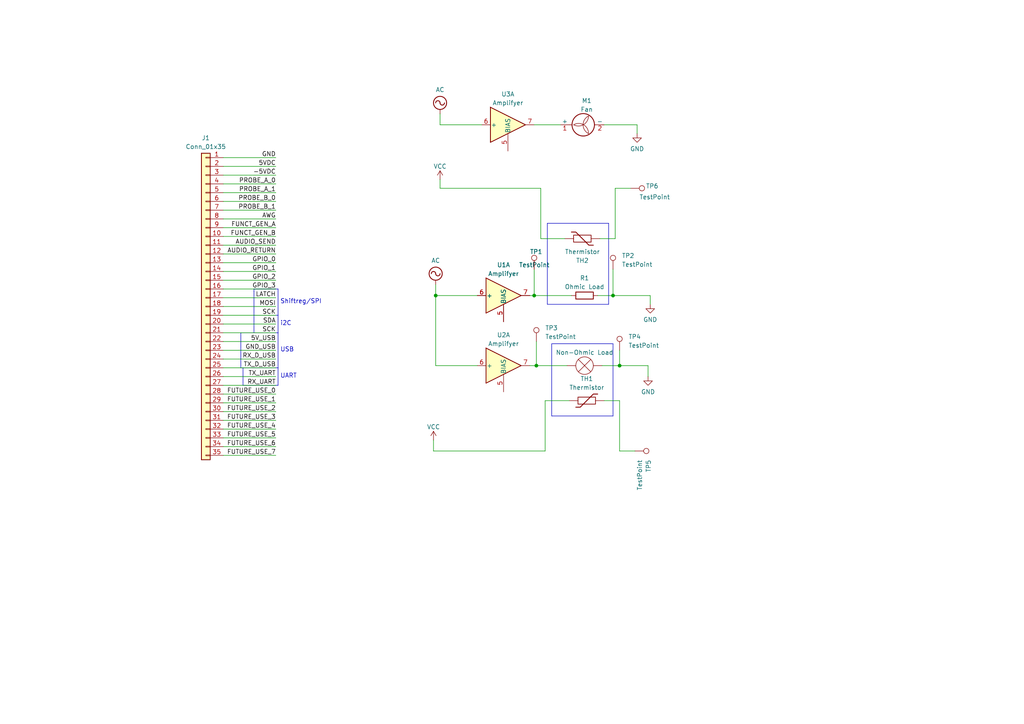
<source format=kicad_sch>
(kicad_sch (version 20230121) (generator eeschema)
  (paper "A4")
  (lib_symbols
    (symbol "000_Resistors_Immo:Resistor_0805" (pin_numbers hide) (pin_names (offset 0))
      (property "Reference" "R?" (at -2.54 3.81 0))
      (property "Value" "Resistor_0805" (at -5.08 2.54 0))
      (symbol "Resistor_0805_0_1"
        (rectangle (start 2.54 -1.016) (end -2.54 1.016) (stroke (width 0.254)))
      )
      (symbol "Resistor_0805_1_1"
        (pin passive line (at -3.81 0 0) (length 1.27) (name "~") (number "1"))
        (pin passive line (at 3.81 0 180) (length 1.27) (name "~") (number "2"))
      )
    )
    (symbol "Amplifier_Audio:LM4752TS" (pin_names (offset 0.127))
      (property "Reference" "U" (at 5.08 6.35 0))
      (property "Value" "LM4752TS" (at 5.08 3.81 0))
      (symbol "LM4752TS_1_1"
        (polyline (pts (xy -5.08 5.08) (xy 5.08 0) (xy -5.08 -5.08) (xy -5.08 5.08)) (stroke (width 0.254)) (fill (type background)))
        (pin input line (at 0 -7.62 90) (length 5.08) (name "BIAS") (number "5"))
        (pin input line (at -7.62 0 0) (length 2.54) (name "+") (number "6"))
        (pin output line (at 7.62 0 180) (length 2.54) (name "~") (number "7"))
      )
      (symbol "LM4752TS_2_1"
        (polyline (pts (xy -5.08 5.08) (xy 5.08 0) (xy -5.08 -5.08) (xy -5.08 5.08)) (stroke (width 0.254)) (fill (type background)))
        (pin output line (at 7.62 0 180) (length 2.54) (name "~") (number "1"))
        (pin input line (at -7.62 0 0) (length 2.54) (name "+") (number "2"))
      )
      (symbol "LM4752TS_3_1"
        (pin power_in line (at -2.54 7.62 270) (length 3.81) (name "V+") (number "3"))
        (pin power_in line (at -2.54 -7.62 90) (length 3.81) (name "GND") (number "4"))
      )
    )
    (symbol "Connector:TestPoint" (pin_numbers hide) (pin_names (offset 0.762) hide)
      (property "Reference" "TP" (at 0 6.858 0))
      (property "Value" "TestPoint" (at 0 5.08 0))
      (symbol "TestPoint_0_1"
        (circle (center 0 3.302) (radius 0.762))
      )
      (symbol "TestPoint_1_1"
        (pin passive line (at 0 0 90) (length 2.54) (name "1") (number "1"))
      )
    )
    (symbol "Connector_Generic:Conn_01x35" (pin_names (offset 1.016) hide)
      (property "Reference" "J" (at 0 45.72 0))
      (property "Value" "Conn_01x35" (at 0 -45.72 0))
      (symbol "Conn_01x35_1_1"
        (rectangle (start -1.27 -43.053) (end 0 -43.307) (stroke (width 0.1524)))
        (rectangle (start -1.27 -40.513) (end 0 -40.767) (stroke (width 0.1524)))
        (rectangle (start -1.27 -37.973) (end 0 -38.227) (stroke (width 0.1524)))
        (rectangle (start -1.27 -35.433) (end 0 -35.687) (stroke (width 0.1524)))
        (rectangle (start -1.27 -32.893) (end 0 -33.147) (stroke (width 0.1524)))
        (rectangle (start -1.27 -30.353) (end 0 -30.607) (stroke (width 0.1524)))
        (rectangle (start -1.27 -27.813) (end 0 -28.067) (stroke (width 0.1524)))
        (rectangle (start -1.27 -25.273) (end 0 -25.527) (stroke (width 0.1524)))
        (rectangle (start -1.27 -22.733) (end 0 -22.987) (stroke (width 0.1524)))
        (rectangle (start -1.27 -20.193) (end 0 -20.447) (stroke (width 0.1524)))
        (rectangle (start -1.27 -17.653) (end 0 -17.907) (stroke (width 0.1524)))
        (rectangle (start -1.27 -15.113) (end 0 -15.367) (stroke (width 0.1524)))
        (rectangle (start -1.27 -12.573) (end 0 -12.827) (stroke (width 0.1524)))
        (rectangle (start -1.27 -10.033) (end 0 -10.287) (stroke (width 0.1524)))
        (rectangle (start -1.27 -7.493) (end 0 -7.747) (stroke (width 0.1524)))
        (rectangle (start -1.27 -4.953) (end 0 -5.207) (stroke (width 0.1524)))
        (rectangle (start -1.27 -2.413) (end 0 -2.667) (stroke (width 0.1524)))
        (rectangle (start -1.27 0.127) (end 0 -0.127) (stroke (width 0.1524)))
        (rectangle (start -1.27 2.667) (end 0 2.413) (stroke (width 0.1524)))
        (rectangle (start -1.27 5.207) (end 0 4.953) (stroke (width 0.1524)))
        (rectangle (start -1.27 7.747) (end 0 7.493) (stroke (width 0.1524)))
        (rectangle (start -1.27 10.287) (end 0 10.033) (stroke (width 0.1524)))
        (rectangle (start -1.27 12.827) (end 0 12.573) (stroke (width 0.1524)))
        (rectangle (start -1.27 15.367) (end 0 15.113) (stroke (width 0.1524)))
        (rectangle (start -1.27 17.907) (end 0 17.653) (stroke (width 0.1524)))
        (rectangle (start -1.27 20.447) (end 0 20.193) (stroke (width 0.1524)))
        (rectangle (start -1.27 22.987) (end 0 22.733) (stroke (width 0.1524)))
        (rectangle (start -1.27 25.527) (end 0 25.273) (stroke (width 0.1524)))
        (rectangle (start -1.27 28.067) (end 0 27.813) (stroke (width 0.1524)))
        (rectangle (start -1.27 30.607) (end 0 30.353) (stroke (width 0.1524)))
        (rectangle (start -1.27 33.147) (end 0 32.893) (stroke (width 0.1524)))
        (rectangle (start -1.27 35.687) (end 0 35.433) (stroke (width 0.1524)))
        (rectangle (start -1.27 38.227) (end 0 37.973) (stroke (width 0.1524)))
        (rectangle (start -1.27 40.767) (end 0 40.513) (stroke (width 0.1524)))
        (rectangle (start -1.27 43.307) (end 0 43.053) (stroke (width 0.1524)))
        (rectangle (start -1.27 44.45) (end 1.27 -44.45) (stroke (width 0.254)) (fill (type background)))
        (pin passive line (at -5.08 43.18 0) (length 3.81) (name "Pin_1") (number "1"))
        (pin passive line (at -5.08 20.32 0) (length 3.81) (name "Pin_10") (number "10"))
        (pin passive line (at -5.08 17.78 0) (length 3.81) (name "Pin_11") (number "11"))
        (pin passive line (at -5.08 15.24 0) (length 3.81) (name "Pin_12") (number "12"))
        (pin passive line (at -5.08 12.7 0) (length 3.81) (name "Pin_13") (number "13"))
        (pin passive line (at -5.08 10.16 0) (length 3.81) (name "Pin_14") (number "14"))
        (pin passive line (at -5.08 7.62 0) (length 3.81) (name "Pin_15") (number "15"))
        (pin passive line (at -5.08 5.08 0) (length 3.81) (name "Pin_16") (number "16"))
        (pin passive line (at -5.08 2.54 0) (length 3.81) (name "Pin_17") (number "17"))
        (pin passive line (at -5.08 0 0) (length 3.81) (name "Pin_18") (number "18"))
        (pin passive line (at -5.08 -2.54 0) (length 3.81) (name "Pin_19") (number "19"))
        (pin passive line (at -5.08 40.64 0) (length 3.81) (name "Pin_2") (number "2"))
        (pin passive line (at -5.08 -5.08 0) (length 3.81) (name "Pin_20") (number "20"))
        (pin passive line (at -5.08 -7.62 0) (length 3.81) (name "Pin_21") (number "21"))
        (pin passive line (at -5.08 -10.16 0) (length 3.81) (name "Pin_22") (number "22"))
        (pin passive line (at -5.08 -12.7 0) (length 3.81) (name "Pin_23") (number "23"))
        (pin passive line (at -5.08 -15.24 0) (length 3.81) (name "Pin_24") (number "24"))
        (pin passive line (at -5.08 -17.78 0) (length 3.81) (name "Pin_25") (number "25"))
        (pin passive line (at -5.08 -20.32 0) (length 3.81) (name "Pin_26") (number "26"))
        (pin passive line (at -5.08 -22.86 0) (length 3.81) (name "Pin_27") (number "27"))
        (pin passive line (at -5.08 -25.4 0) (length 3.81) (name "Pin_28") (number "28"))
        (pin passive line (at -5.08 -27.94 0) (length 3.81) (name "Pin_29") (number "29"))
        (pin passive line (at -5.08 38.1 0) (length 3.81) (name "Pin_3") (number "3"))
        (pin passive line (at -5.08 -30.48 0) (length 3.81) (name "Pin_30") (number "30"))
        (pin passive line (at -5.08 -33.02 0) (length 3.81) (name "Pin_31") (number "31"))
        (pin passive line (at -5.08 -35.56 0) (length 3.81) (name "Pin_32") (number "32"))
        (pin passive line (at -5.08 -38.1 0) (length 3.81) (name "Pin_33") (number "33"))
        (pin passive line (at -5.08 -40.64 0) (length 3.81) (name "Pin_34") (number "34"))
        (pin passive line (at -5.08 -43.18 0) (length 3.81) (name "Pin_35") (number "35"))
        (pin passive line (at -5.08 35.56 0) (length 3.81) (name "Pin_4") (number "4"))
        (pin passive line (at -5.08 33.02 0) (length 3.81) (name "Pin_5") (number "5"))
        (pin passive line (at -5.08 30.48 0) (length 3.81) (name "Pin_6") (number "6"))
        (pin passive line (at -5.08 27.94 0) (length 3.81) (name "Pin_7") (number "7"))
        (pin passive line (at -5.08 25.4 0) (length 3.81) (name "Pin_8") (number "8"))
        (pin passive line (at -5.08 22.86 0) (length 3.81) (name "Pin_9") (number "9"))
      )
    )
    (symbol "Device:Lamp" (pin_numbers hide) (pin_names (offset 0.0254) hide)
      (property "Reference" "LA" (at 0.635 3.81 0))
      (property "Value" "Lamp" (at 0.635 -3.81 0))
      (symbol "Lamp_0_1"
        (polyline (pts (xy -1.778 1.778) (xy 1.778 -1.778)))
        (polyline (pts (xy 1.778 1.778) (xy -1.778 -1.778)))
        (circle (center 0 0) (radius 2.54))
      )
      (symbol "Lamp_1_1"
        (pin passive line (at 0 -5.08 90) (length 2.54) (name "-") (number "1"))
        (pin passive line (at 0 5.08 270) (length 2.54) (name "+") (number "2"))
      )
    )
    (symbol "Device:Thermistor" (pin_numbers hide) (pin_names (offset 0))
      (property "Reference" "TH" (at 2.54 1.27 90))
      (property "Value" "Thermistor" (at -2.54 0 90))
      (symbol "Thermistor_0_1"
        (rectangle (start -1.016 2.54) (end 1.016 -2.54) (stroke (width 0.2032)))
        (polyline (pts (xy -1.905 3.175) (xy -1.905 1.905) (xy 1.905 -1.905) (xy 1.905 -3.175) (xy 1.905 -3.175)) (stroke (width 0.254)))
      )
      (symbol "Thermistor_1_1"
        (pin passive line (at 0 5.08 270) (length 2.54) (name "~") (number "1"))
        (pin passive line (at 0 -5.08 90) (length 2.54) (name "~") (number "2"))
      )
    )
    (symbol "Motor:Fan" (pin_names (offset 0))
      (property "Reference" "M" (at 2.54 5.08 0))
      (property "Value" "Fan" (at 2.54 -2.54 0))
      (symbol "Fan_0_1"
        (arc (start -2.54 -0.508) (mid 0.0028 0.9121) (end 0 3.81))
        (polyline (pts (xy 0 -5.08) (xy 0 -4.572)))
        (polyline (pts (xy 0 -2.2352) (xy 0 -2.6416)))
        (polyline (pts (xy 0 4.2672) (xy 0 4.6228)))
        (polyline (pts (xy 0 4.572) (xy 0 5.08)))
        (circle (center 0 1.016) (radius 3.2512) (stroke (width 0.254)))
        (arc (start 0 3.81) (mid 0.053 0.921) (end 2.54 -0.508))
        (arc (start 2.54 -0.508) (mid 0 1.0618) (end -2.54 -0.508))
      )
      (symbol "Fan_1_1"
        (pin passive line (at 0 7.62 270) (length 2.54) (name "+") (number "1"))
        (pin passive line (at 0 -5.08 90) (length 2.54) (name "-") (number "2"))
      )
    )
    (symbol "power:AC" (power) (pin_names (offset 0))
      (property "Value" "AC" (at 0 6.35 0))
      (symbol "AC_0_1"
        (polyline (pts (xy 0 0) (xy 0 1.27)))
        (arc (start 0 3.175) (mid -0.635 3.8073) (end -1.27 3.175) (stroke (width 0.254)))
        (arc (start 0 3.175) (mid 0.635 2.5427) (end 1.27 3.175) (stroke (width 0.254)))
        (circle (center 0 3.175) (radius 1.905) (stroke (width 0.254)))
      )
      (symbol "AC_1_1"
        (pin power_in line (at 0 0 90) (length 0) hide (name "AC") (number "1"))
      )
    )
    (symbol "power:GND" (power) (pin_names (offset 0))
      (property "Value" "GND" (at 0 -3.81 0))
      (symbol "GND_0_1"
        (polyline (pts (xy 0 0) (xy 0 -1.27) (xy 1.27 -1.27) (xy 0 -2.54) (xy -1.27 -1.27) (xy 0 -1.27)))
      )
      (symbol "GND_1_1"
        (pin power_in line (at 0 0 270) (length 0) hide (name "GND") (number "1"))
      )
    )
    (symbol "power:VCC" (power) (pin_names (offset 0))
      (property "Value" "VCC" (at 0 3.81 0))
      (symbol "VCC_0_1"
        (polyline (pts (xy -0.762 1.27) (xy 0 2.54)))
        (polyline (pts (xy 0 0) (xy 0 2.54)))
        (polyline (pts (xy 0 2.54) (xy 0.762 1.27)))
      )
      (symbol "VCC_1_1"
        (pin power_in line (at 0 0 90) (length 0) hide (name "VCC") (number "1"))
      )
    )
  )
  (junction (at 179.705 106.045))
  (junction (at 155.575 106.045))
  (junction (at 154.94 85.725))
  (junction (at 177.8 85.725))
  (junction (at 126.365 85.725))
  (wire (pts (xy 64.77 88.9) (xy 80.01 88.9)))
  (wire (pts (xy 155.575 99.06) (xy 155.575 106.045)))
  (wire (pts (xy 126.365 85.725) (xy 126.365 106.045)))
  (wire (pts (xy 156.845 69.215) (xy 156.845 54.61)))
  (wire (pts (xy 64.77 127) (xy 80.01 127)))
  (wire (pts (xy 175.26 36.195) (xy 184.785 36.195)))
  (wire (pts (xy 188.595 85.725) (xy 188.595 88.265)))
  (wire (pts (xy 64.77 78.74) (xy 80.01 78.74)))
  (wire (pts (xy 182.88 54.61) (xy 178.435 54.61)))
  (polyline (pts (xy 69.85 96.52) (xy 73.66 96.52)))
  (polyline (pts (xy 73.66 83.82) (xy 73.66 84.455)))
  (polyline (pts (xy 177.8 99.695) (xy 160.02 99.695)))
  (wire (pts (xy 154.94 78.105) (xy 154.94 85.725)))
  (wire (pts (xy 64.77 55.88) (xy 80.01 55.88)))
  (polyline (pts (xy 160.02 100.33) (xy 160.02 120.65)))
  (polyline (pts (xy 160.02 99.695) (xy 160.02 100.33)))
  (wire (pts (xy 64.77 45.72) (xy 80.01 45.72)))
  (wire (pts (xy 64.77 60.96) (xy 80.01 60.96)))
  (polyline (pts (xy 158.75 64.77) (xy 176.53 64.77)))
  (wire (pts (xy 125.73 127.635) (xy 125.73 130.81)))
  (wire (pts (xy 64.77 68.58) (xy 80.01 68.58)))
  (wire (pts (xy 179.705 106.045) (xy 187.96 106.045)))
  (wire (pts (xy 184.785 36.195) (xy 184.785 38.735)))
  (polyline (pts (xy 80.645 96.52) (xy 80.645 91.44)))
  (wire (pts (xy 64.77 58.42) (xy 80.01 58.42)))
  (wire (pts (xy 179.705 101.6) (xy 179.705 106.045)))
  (wire (pts (xy 64.77 91.44) (xy 80.01 91.44)))
  (wire (pts (xy 64.77 109.22) (xy 80.01 109.22)))
  (wire (pts (xy 64.77 124.46) (xy 80.01 124.46)))
  (wire (pts (xy 127.635 54.61) (xy 156.845 54.61)))
  (wire (pts (xy 64.77 104.14) (xy 80.01 104.14)))
  (wire (pts (xy 64.77 132.08) (xy 80.01 132.08)))
  (wire (pts (xy 64.77 116.84) (xy 80.01 116.84)))
  (polyline (pts (xy 80.645 91.44) (xy 80.645 83.82)))
  (wire (pts (xy 64.77 106.68) (xy 80.01 106.68)))
  (polyline (pts (xy 176.53 88.265) (xy 158.75 88.265)))
  (wire (pts (xy 64.77 114.3) (xy 80.01 114.3)))
  (wire (pts (xy 64.77 53.34) (xy 80.01 53.34)))
  (polyline (pts (xy 69.85 96.52) (xy 69.85 106.68)))
  (wire (pts (xy 64.77 81.28) (xy 80.01 81.28)))
  (wire (pts (xy 64.77 121.92) (xy 80.01 121.92)))
  (polyline (pts (xy 73.66 96.52) (xy 80.645 96.52)))
  (wire (pts (xy 127.635 33.02) (xy 127.635 36.195)))
  (wire (pts (xy 154.94 85.725) (xy 165.735 85.725)))
  (wire (pts (xy 162.56 36.195) (xy 154.94 36.195)))
  (wire (pts (xy 64.77 63.5) (xy 80.01 63.5)))
  (wire (pts (xy 127.635 36.195) (xy 139.7 36.195)))
  (wire (pts (xy 126.365 85.725) (xy 138.43 85.725)))
  (wire (pts (xy 174.625 106.045) (xy 179.705 106.045)))
  (wire (pts (xy 184.15 130.81) (xy 179.705 130.81)))
  (wire (pts (xy 177.8 78.105) (xy 177.8 85.725)))
  (wire (pts (xy 64.77 66.04) (xy 80.01 66.04)))
  (wire (pts (xy 64.77 119.38) (xy 80.01 119.38)))
  (wire (pts (xy 155.575 106.045) (xy 164.465 106.045)))
  (wire (pts (xy 178.435 69.215) (xy 178.435 54.61)))
  (wire (pts (xy 64.77 101.6) (xy 80.01 101.6)))
  (wire (pts (xy 64.77 111.76) (xy 80.01 111.76)))
  (wire (pts (xy 125.73 130.81) (xy 158.115 130.81)))
  (wire (pts (xy 173.355 85.725) (xy 177.8 85.725)))
  (wire (pts (xy 153.67 85.725) (xy 154.94 85.725)))
  (wire (pts (xy 126.365 82.55) (xy 126.365 85.725)))
  (polyline (pts (xy 73.66 84.455) (xy 73.66 91.44)))
  (wire (pts (xy 64.77 86.36) (xy 80.01 86.36)))
  (polyline (pts (xy 73.66 83.82) (xy 80.645 83.82)))
  (polyline (pts (xy 80.645 106.68) (xy 80.645 96.52)))
  (polyline (pts (xy 80.645 111.76) (xy 80.645 106.68)))
  (wire (pts (xy 64.77 96.52) (xy 80.01 96.52)))
  (polyline (pts (xy 158.75 85.09) (xy 158.75 64.77)))
  (wire (pts (xy 64.77 93.98) (xy 80.01 93.98)))
  (wire (pts (xy 187.96 106.045) (xy 187.96 109.22)))
  (polyline (pts (xy 158.75 88.265) (xy 158.75 85.09)))
  (polyline (pts (xy 176.53 85.725) (xy 176.53 88.265)))
  (wire (pts (xy 158.115 116.205) (xy 158.115 130.81)))
  (wire (pts (xy 179.705 116.205) (xy 179.705 130.81)))
  (polyline (pts (xy 73.66 91.44) (xy 73.66 96.52)))
  (polyline (pts (xy 70.485 111.76) (xy 80.645 111.76)))
  (wire (pts (xy 64.77 48.26) (xy 80.01 48.26)))
  (wire (pts (xy 126.365 106.045) (xy 138.43 106.045)))
  (polyline (pts (xy 70.485 106.68) (xy 70.485 111.76)))
  (wire (pts (xy 64.77 83.82) (xy 80.01 83.82)))
  (wire (pts (xy 177.8 85.725) (xy 188.595 85.725)))
  (wire (pts (xy 64.77 73.66) (xy 80.01 73.66)))
  (polyline (pts (xy 177.8 120.65) (xy 177.8 99.695)))
  (wire (pts (xy 173.99 69.215) (xy 178.435 69.215)))
  (wire (pts (xy 165.1 116.205) (xy 158.115 116.205)))
  (wire (pts (xy 64.77 76.2) (xy 80.01 76.2)))
  (polyline (pts (xy 160.02 120.65) (xy 177.8 120.65)))
  (wire (pts (xy 64.77 50.8) (xy 80.01 50.8)))
  (wire (pts (xy 64.77 99.06) (xy 80.01 99.06)))
  (wire (pts (xy 64.77 129.54) (xy 80.01 129.54)))
  (polyline (pts (xy 73.66 91.44) (xy 80.645 91.44)))
  (wire (pts (xy 64.77 71.12) (xy 80.01 71.12)))
  (wire (pts (xy 175.26 116.205) (xy 179.705 116.205)))
  (wire (pts (xy 127.635 52.07) (xy 127.635 54.61)))
  (wire (pts (xy 163.83 69.215) (xy 156.845 69.215)))
  (polyline (pts (xy 176.53 64.77) (xy 176.53 85.725)))
  (polyline (pts (xy 69.85 106.68) (xy 80.645 106.68)))
  (wire (pts (xy 153.67 106.045) (xy 155.575 106.045)))
  (text "i2C" (at 81.28 94.615 0) (effects (font (size 1.27 1.27)) (justify left bottom)))
  (text "Shiftreg/SPI" (at 81.28 88.265 0) (effects (font (size 1.27 1.27)) (justify left bottom)))
  (text "UART" (at 81.28 109.855 0) (effects (font (size 1.27 1.27)) (justify left bottom)))
  (text "USB" (at 81.28 102.235 0) (effects (font (size 1.27 1.27)) (justify left bottom)))
  (label "FUTURE_USE_5" (at 80.01 127 180))
  (label "-5VDC" (at 80.01 50.8 180))
  (label "5V_USB" (at 80.01 99.06 180))
  (label "FUNCT_GEN_A" (at 80.01 66.04 180))
  (label "FUTURE_USE_3" (at 80.01 121.92 180))
  (label "FUTURE_USE_1" (at 80.01 116.84 180))
  (label "FUTURE_USE_2" (at 80.01 119.38 180))
  (label "RX_D_USB" (at 80.01 104.14 180))
  (label "GPIO_1" (at 80.01 78.74 180))
  (label "PROBE_B_1" (at 80.01 60.96 180))
  (label "MOSI" (at 80.01 88.9 180))
  (label "AUDIO_SEND" (at 80.01 71.12 180))
  (label "FUNCT_GEN_B" (at 80.01 68.58 180))
  (label "GPIO_0" (at 80.01 76.2 180))
  (label "FUTURE_USE_7" (at 80.01 132.08 180))
  (label "FUTURE_USE_0" (at 80.01 114.3 180))
  (label "TX_UART" (at 80.01 109.22 180))
  (label "AUDIO_RETURN" (at 80.01 73.66 180))
  (label "RX_UART" (at 80.01 111.76 180))
  (label "GND" (at 80.01 45.72 180))
  (label "LATCH" (at 80.01 86.36 180))
  (label "AWG" (at 80.01 63.5 180))
  (label "SCK" (at 80.01 91.44 180))
  (label "SCK" (at 80.01 96.52 180))
  (label "PROBE_A_0" (at 80.01 53.34 180))
  (label "GPIO_3" (at 80.01 83.82 180))
  (label "FUTURE_USE_4" (at 80.01 124.46 180))
  (label "GPIO_2" (at 80.01 81.28 180))
  (label "PROBE_A_1" (at 80.01 55.88 180))
  (label "PROBE_B_0" (at 80.01 58.42 180))
  (label "GND_USB" (at 80.01 101.6 180))
  (label "SDA" (at 80.01 93.98 180))
  (label "FUTURE_USE_6" (at 80.01 129.54 180))
  (label "5VDC" (at 80.01 48.26 180))
  (label "TX_D_USB" (at 80.01 106.68 180))
  (symbol (lib_id "Connector_Generic:Conn_01x35") (at 59.69 88.9 0) (mirror y) (unit 1)
    (property "Reference" "J1" (at 59.69 40.005 0))
    (property "Value" "Conn_01x35" (at 59.69 42.545 0))
  )
  (symbol (lib_id "power:AC") (at 127.635 33.02 0) (unit 1)
    (property "Reference" "#PWR06" (effects hide))
    (property "Value" "AC-AWG" (at 127.635 26.035 0))
  )
  (symbol (lib_id "Connector:TestPoint") (at 155.575 99.06 0) (unit 1)
    (property "Reference" "TP3" (at 158.115 95.123 0) (effects (justify left)))
    (property "Value" "TestPoint" (at 158.115 97.663 0) (effects (justify left)))
  )
  (symbol (lib_id "Motor:Fan") (at 170.18 36.195 90) (unit 1)
    (property "Reference" "M1" (at 170.18 29.21 90))
    (property "Value" "Fan" (at 170.18 31.75 90))
  )
  (symbol (lib_id "Amplifier_Audio:LM4752TS") (at 147.32 36.195 0) (unit 1)
    (property "Reference" "U3" (at 147.32 27.305 0))
    (property "Value" "Amplifyer" (at 147.32 29.845 0))
    (property "Footprint" "Package_TO_SOT_SMD:TO-263-7_TabPin4" (effects hide))
    (property "Datasheet" "http://www.ti.com/lit/ds/symlink/lm4752.pdf" (effects hide))
  )
  (symbol (lib_id "Connector:TestPoint") (at 154.94 78.105 0) (unit 1)
    (property "Reference" "TP1" (at 153.67 73.025 0) (effects (justify left)))
    (property "Value" "TestPoint" (at 150.495 76.835 0) (effects (justify left)))
  )
  (symbol (lib_id "power:GND") (at 187.96 109.22 0) (unit 1)
    (property "Reference" "#PWR03" (effects hide))
    (property "Value" "GND" (at 187.96 113.665 0))
  )
  (symbol (lib_id "power:GND") (at 188.595 88.265 0) (unit 1)
    (property "Reference" "#PWR02" (effects hide))
    (property "Value" "GND" (at 188.595 92.71 0))
  )
  (symbol (lib_id "Amplifier_Audio:LM4752TS") (at 146.05 106.045 0) (unit 1)
    (property "Reference" "U2" (at 146.05 97.155 0))
    (property "Value" "Amplifyer" (at 146.05 99.695 0))
    (property "Footprint" "Package_TO_SOT_SMD:TO-263-7_TabPin4" (effects hide))
    (property "Datasheet" "http://www.ti.com/lit/ds/symlink/lm4752.pdf" (effects hide))
  )
  (symbol (lib_id "Connector:TestPoint") (at 184.15 130.81 270) (unit 1)
    (property "Reference" "TP5" (at 188.087 133.35 0) (effects (justify left)))
    (property "Value" "TestPoint" (at 185.547 133.35 0) (effects (justify left)))
  )
  (symbol (lib_id "Device:Lamp") (at 169.545 106.045 90) (unit 1)
    (property "Reference" "LA1" (effects hide))
    (property "Value" "Non-Ohmic Load" (at 169.545 102.235 90))
  )
  (symbol (lib_id "power:VCC") (at 125.73 127.635 0) (unit 1)
    (property "Reference" "#PWR04" (effects hide))
    (property "Value" "VCC" (at 125.73 123.825 0))
  )
  (symbol (lib_id "Amplifier_Audio:LM4752TS") (at 146.05 85.725 0) (unit 1)
    (property "Reference" "U1" (at 146.05 76.835 0))
    (property "Value" "Amplifyer" (at 146.05 79.375 0))
    (property "Footprint" "Package_TO_SOT_SMD:TO-263-7_TabPin4" (effects hide))
    (property "Datasheet" "http://www.ti.com/lit/ds/symlink/lm4752.pdf" (effects hide))
  )
  (symbol (lib_id "Device:Thermistor") (at 168.91 69.215 90) (mirror x) (unit 1)
    (property "Reference" "TH2" (at 168.91 75.565 90))
    (property "Value" "Thermistor" (at 168.91 73.025 90))
  )
  (symbol (lib_id "000_Resistors_Immo:Resistor_0805") (at 169.545 85.725 0) (unit 1)
    (property "Reference" "R1" (at 169.545 80.645 0))
    (property "Value" "Ohmic Load" (at 169.545 83.185 0))
    (property "Footprint" "Resistor_SMD:R_0805_2012Metric_Pad1.20x1.40mm_HandSolder" (effects hide))
  )
  (symbol (lib_id "power:GND") (at 184.785 38.735 0) (unit 1)
    (property "Reference" "#PWR07" (effects hide))
    (property "Value" "GND" (at 184.785 43.18 0))
  )
  (symbol (lib_id "Connector:TestPoint") (at 179.705 101.6 0) (unit 1)
    (property "Reference" "TP4" (at 182.245 97.663 0) (effects (justify left)))
    (property "Value" "TestPoint" (at 182.245 100.203 0) (effects (justify left)))
  )
  (symbol (lib_id "Connector:TestPoint") (at 177.8 78.105 0) (unit 1)
    (property "Reference" "TP2" (at 180.34 74.168 0) (effects (justify left)))
    (property "Value" "TestPoint" (at 180.34 76.708 0) (effects (justify left)))
  )
  (symbol (lib_id "Device:Thermistor") (at 170.18 116.205 90) (unit 1)
    (property "Reference" "TH1" (at 170.18 109.855 90))
    (property "Value" "Thermistor" (at 170.18 112.395 90))
  )
  (symbol (lib_id "power:VCC") (at 127.635 52.07 0) (mirror y) (unit 1)
    (property "Reference" "#PWR05" (effects hide))
    (property "Value" "VCC" (at 127.635 48.26 0))
  )
  (symbol (lib_id "Connector:TestPoint") (at 182.88 54.61 270) (mirror x) (unit 1)
    (property "Reference" "TP6" (at 187.325 53.975 90) (effects (justify left)))
    (property "Value" "TestPoint" (at 185.42 57.15 90) (effects (justify left)))
  )
  (symbol (lib_id "power:AC") (at 126.365 82.55 0) (unit 1)
    (property "Reference" "#PWR01" (effects hide))
    (property "Value" "AC-AWG" (at 126.365 75.565 0))
  )
)
</source>
